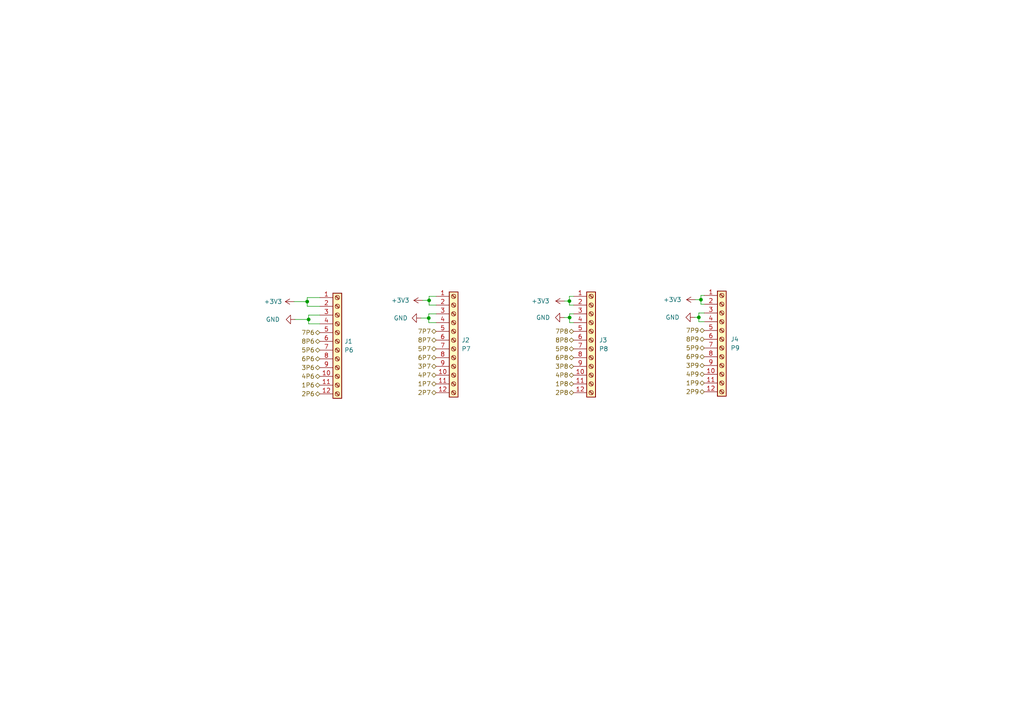
<source format=kicad_sch>
(kicad_sch (version 20211123) (generator eeschema)
  (paper "A4")
  (lib_symbols
    (symbol "Connector:Screw_Terminal_01x12" (pin_names (offset 1.016) hide)
      (property "Reference" "J" (at 0 15.24 0))
      (property "Value" "Screw_Terminal_01x12" (at 0 -17.78 0))
      (symbol "Screw_Terminal_01x12_1_1"
        (rectangle (start -1.27 13.97) (end 1.27 -16.51) (stroke (width 0.254)) (fill (type background)))
        (circle (center 0 -15.24) (radius 0.635) (stroke (width 0.1524)))
        (circle (center 0 -12.7) (radius 0.635) (stroke (width 0.1524)))
        (circle (center 0 -10.16) (radius 0.635) (stroke (width 0.1524)))
        (circle (center 0 -7.62) (radius 0.635) (stroke (width 0.1524)))
        (circle (center 0 -5.08) (radius 0.635) (stroke (width 0.1524)))
        (circle (center 0 -2.54) (radius 0.635) (stroke (width 0.1524)))
        (polyline (pts (xy -0.5334 -14.9098) (xy 0.3302 -15.748)) (stroke (width 0.1524)))
        (polyline (pts (xy -0.5334 -12.3698) (xy 0.3302 -13.208)) (stroke (width 0.1524)))
        (polyline (pts (xy -0.5334 -9.8298) (xy 0.3302 -10.668)) (stroke (width 0.1524)))
        (polyline (pts (xy -0.5334 -7.2898) (xy 0.3302 -8.128)) (stroke (width 0.1524)))
        (polyline (pts (xy -0.5334 -4.7498) (xy 0.3302 -5.588)) (stroke (width 0.1524)))
        (polyline (pts (xy -0.5334 -2.2098) (xy 0.3302 -3.048)) (stroke (width 0.1524)))
        (polyline (pts (xy -0.5334 0.3302) (xy 0.3302 -0.508)) (stroke (width 0.1524)))
        (polyline (pts (xy -0.5334 2.8702) (xy 0.3302 2.032)) (stroke (width 0.1524)))
        (polyline (pts (xy -0.5334 5.4102) (xy 0.3302 4.572)) (stroke (width 0.1524)))
        (polyline (pts (xy -0.5334 7.9502) (xy 0.3302 7.112)) (stroke (width 0.1524)))
        (polyline (pts (xy -0.5334 10.4902) (xy 0.3302 9.652)) (stroke (width 0.1524)))
        (polyline (pts (xy -0.5334 13.0302) (xy 0.3302 12.192)) (stroke (width 0.1524)))
        (polyline (pts (xy -0.3556 -14.732) (xy 0.508 -15.5702)) (stroke (width 0.1524)))
        (polyline (pts (xy -0.3556 -12.192) (xy 0.508 -13.0302)) (stroke (width 0.1524)))
        (polyline (pts (xy -0.3556 -9.652) (xy 0.508 -10.4902)) (stroke (width 0.1524)))
        (polyline (pts (xy -0.3556 -7.112) (xy 0.508 -7.9502)) (stroke (width 0.1524)))
        (polyline (pts (xy -0.3556 -4.572) (xy 0.508 -5.4102)) (stroke (width 0.1524)))
        (polyline (pts (xy -0.3556 -2.032) (xy 0.508 -2.8702)) (stroke (width 0.1524)))
        (polyline (pts (xy -0.3556 0.508) (xy 0.508 -0.3302)) (stroke (width 0.1524)))
        (polyline (pts (xy -0.3556 3.048) (xy 0.508 2.2098)) (stroke (width 0.1524)))
        (polyline (pts (xy -0.3556 5.588) (xy 0.508 4.7498)) (stroke (width 0.1524)))
        (polyline (pts (xy -0.3556 8.128) (xy 0.508 7.2898)) (stroke (width 0.1524)))
        (polyline (pts (xy -0.3556 10.668) (xy 0.508 9.8298)) (stroke (width 0.1524)))
        (polyline (pts (xy -0.3556 13.208) (xy 0.508 12.3698)) (stroke (width 0.1524)))
        (circle (center 0 0) (radius 0.635) (stroke (width 0.1524)))
        (circle (center 0 2.54) (radius 0.635) (stroke (width 0.1524)))
        (circle (center 0 5.08) (radius 0.635) (stroke (width 0.1524)))
        (circle (center 0 7.62) (radius 0.635) (stroke (width 0.1524)))
        (circle (center 0 10.16) (radius 0.635) (stroke (width 0.1524)))
        (circle (center 0 12.7) (radius 0.635) (stroke (width 0.1524)))
        (pin passive line (at -5.08 12.7 0) (length 3.81) (name "Pin_1") (number "1"))
        (pin passive line (at -5.08 -10.16 0) (length 3.81) (name "Pin_10") (number "10"))
        (pin passive line (at -5.08 -12.7 0) (length 3.81) (name "Pin_11") (number "11"))
        (pin passive line (at -5.08 -15.24 0) (length 3.81) (name "Pin_12") (number "12"))
        (pin passive line (at -5.08 10.16 0) (length 3.81) (name "Pin_2") (number "2"))
        (pin passive line (at -5.08 7.62 0) (length 3.81) (name "Pin_3") (number "3"))
        (pin passive line (at -5.08 5.08 0) (length 3.81) (name "Pin_4") (number "4"))
        (pin passive line (at -5.08 2.54 0) (length 3.81) (name "Pin_5") (number "5"))
        (pin passive line (at -5.08 0 0) (length 3.81) (name "Pin_6") (number "6"))
        (pin passive line (at -5.08 -2.54 0) (length 3.81) (name "Pin_7") (number "7"))
        (pin passive line (at -5.08 -5.08 0) (length 3.81) (name "Pin_8") (number "8"))
        (pin passive line (at -5.08 -7.62 0) (length 3.81) (name "Pin_9") (number "9"))
      )
    )
    (symbol "power:+3V3" (power) (pin_names (offset 0))
      (property "Value" "+3V3" (at 0 3.556 0))
      (symbol "+3V3_0_1"
        (polyline (pts (xy -0.762 1.27) (xy 0 2.54)))
        (polyline (pts (xy 0 0) (xy 0 2.54)))
        (polyline (pts (xy 0 2.54) (xy 0.762 1.27)))
      )
      (symbol "+3V3_1_1"
        (pin power_in line (at 0 0 90) (length 0) hide (name "+3V3") (number "1"))
      )
    )
    (symbol "power:GND" (power) (pin_names (offset 0))
      (property "Value" "GND" (at 0 -3.81 0))
      (symbol "GND_0_1"
        (polyline (pts (xy 0 0) (xy 0 -1.27) (xy 1.27 -1.27) (xy 0 -2.54) (xy -1.27 -1.27) (xy 0 -1.27)))
      )
      (symbol "GND_1_1"
        (pin power_in line (at 0 0 270) (length 0) hide (name "GND") (number "1"))
      )
    )
  )
  (junction (at 203.3016 86.9188))
  (junction (at 165.1508 87.3252))
  (junction (at 89.1032 87.4776))
  (junction (at 89.5096 92.6592))
  (junction (at 124.46 87.122))
  (junction (at 165.2016 92.1004))
  (junction (at 202.692 92.0496))
  (junction (at 124.3584 92.2528))
  (wire (pts (xy 124.3584 93.5736) (xy 124.3584 92.2528)))
  (wire (pts (xy 204.2668 85.6996) (xy 203.3016 85.6996)))
  (wire (pts (xy 89.5096 93.9292) (xy 89.5096 92.6592)))
  (wire (pts (xy 165.2016 93.5736) (xy 165.2016 92.1004)))
  (wire (pts (xy 166.37 85.9536) (xy 165.1508 85.9536)))
  (wire (pts (xy 202.692 93.3196) (xy 202.692 92.0496)))
  (wire (pts (xy 165.1508 87.3252) (xy 163.7284 87.3252)))
  (wire (pts (xy 203.3016 88.2396) (xy 203.3016 86.9188)))
  (wire (pts (xy 126.492 93.5736) (xy 124.3584 93.5736)))
  (wire (pts (xy 165.1508 88.4936) (xy 165.1508 87.3252)))
  (wire (pts (xy 166.37 93.5736) (xy 165.2016 93.5736)))
  (wire (pts (xy 126.492 88.4936) (xy 124.46 88.4936)))
  (wire (pts (xy 204.2668 93.3196) (xy 202.692 93.3196)))
  (wire (pts (xy 89.5096 91.3892) (xy 89.5096 92.6592)))
  (wire (pts (xy 165.1508 85.9536) (xy 165.1508 87.3252)))
  (wire (pts (xy 122.0724 92.2528) (xy 124.3584 92.2528)))
  (wire (pts (xy 166.37 91.0336) (xy 165.2016 91.0336)))
  (wire (pts (xy 163.6268 92.1004) (xy 165.2016 92.1004)))
  (wire (pts (xy 92.7608 91.3892) (xy 89.5096 91.3892)))
  (wire (pts (xy 89.1032 87.4776) (xy 85.2932 87.4776)))
  (wire (pts (xy 203.3016 86.9188) (xy 201.676 86.9188)))
  (wire (pts (xy 166.37 88.4936) (xy 165.1508 88.4936)))
  (wire (pts (xy 126.492 85.9536) (xy 124.46 85.9536)))
  (wire (pts (xy 124.3584 91.0336) (xy 124.3584 92.2528)))
  (wire (pts (xy 92.7608 86.3092) (xy 89.1032 86.3092)))
  (wire (pts (xy 165.2016 91.0336) (xy 165.2016 92.1004)))
  (wire (pts (xy 89.5096 92.6592) (xy 85.5472 92.6592)))
  (wire (pts (xy 124.46 85.9536) (xy 124.46 87.122)))
  (wire (pts (xy 126.492 91.0336) (xy 124.3584 91.0336)))
  (wire (pts (xy 204.2668 90.7796) (xy 202.692 90.7796)))
  (wire (pts (xy 124.46 87.122) (xy 122.5804 87.122)))
  (wire (pts (xy 89.1032 86.3092) (xy 89.1032 87.4776)))
  (wire (pts (xy 89.1032 88.8492) (xy 89.1032 87.4776)))
  (wire (pts (xy 202.692 90.7796) (xy 202.692 92.0496)))
  (wire (pts (xy 92.7608 93.9292) (xy 89.5096 93.9292)))
  (wire (pts (xy 124.46 88.4936) (xy 124.46 87.122)))
  (wire (pts (xy 92.7608 88.8492) (xy 89.1032 88.8492)))
  (wire (pts (xy 202.692 92.0496) (xy 201.4728 92.0496)))
  (wire (pts (xy 204.2668 88.2396) (xy 203.3016 88.2396)))
  (wire (pts (xy 203.3016 85.6996) (xy 203.3016 86.9188)))
  (hierarchical_label "1P6" (shape bidirectional) (at 92.7608 111.7092 180))
  (hierarchical_label "8P6" (shape bidirectional) (at 92.7608 99.0092 180))
  (hierarchical_label "1P9" (shape bidirectional) (at 204.2668 111.0996 180))
  (hierarchical_label "8P7" (shape bidirectional) (at 126.492 98.6536 180))
  (hierarchical_label "4P6" (shape bidirectional) (at 92.7608 109.1692 180))
  (hierarchical_label "8P9" (shape bidirectional) (at 204.2668 98.3996 180))
  (hierarchical_label "7P7" (shape bidirectional) (at 126.492 96.1136 180))
  (hierarchical_label "3P9" (shape bidirectional) (at 204.2668 106.0196 180))
  (hierarchical_label "5P9" (shape bidirectional) (at 204.2668 100.9396 180))
  (hierarchical_label "6P8" (shape bidirectional) (at 166.37 103.7336 180))
  (hierarchical_label "5P7" (shape bidirectional) (at 126.492 101.1936 180))
  (hierarchical_label "8P8" (shape bidirectional) (at 166.37 98.6536 180))
  (hierarchical_label "5P6" (shape bidirectional) (at 92.7608 101.5492 180))
  (hierarchical_label "1P7" (shape bidirectional) (at 126.492 111.3536 180))
  (hierarchical_label "3P6" (shape bidirectional) (at 92.7608 106.6292 180))
  (hierarchical_label "4P7" (shape bidirectional) (at 126.492 108.8136 180))
  (hierarchical_label "6P9" (shape bidirectional) (at 204.2668 103.4796 180))
  (hierarchical_label "3P8" (shape bidirectional) (at 166.37 106.2736 180))
  (hierarchical_label "2P8" (shape bidirectional) (at 166.37 113.8936 180))
  (hierarchical_label "4P9" (shape bidirectional) (at 204.2668 108.5596 180))
  (hierarchical_label "2P6" (shape bidirectional) (at 92.7608 114.2492 180))
  (hierarchical_label "2P7" (shape bidirectional) (at 126.492 113.8936 180))
  (hierarchical_label "3P7" (shape bidirectional) (at 126.492 106.2736 180))
  (hierarchical_label "5P8" (shape bidirectional) (at 166.37 101.1936 180))
  (hierarchical_label "1P8" (shape bidirectional) (at 166.37 111.3536 180))
  (hierarchical_label "2P9" (shape bidirectional) (at 204.2668 113.6396 180))
  (hierarchical_label "4P8" (shape bidirectional) (at 166.37 108.8136 180))
  (hierarchical_label "7P9" (shape bidirectional) (at 204.2668 95.8596 180))
  (hierarchical_label "7P8" (shape bidirectional) (at 166.37 96.1136 180))
  (hierarchical_label "6P6" (shape bidirectional) (at 92.7608 104.0892 180))
  (hierarchical_label "6P7" (shape bidirectional) (at 126.492 103.7336 180))
  (hierarchical_label "7P6" (shape bidirectional) (at 92.7608 96.4692 180))
  (symbol (lib_id "power:+3V3") (at 85.2932 87.4776 90) (unit 1)
    (property "Reference" "#PWR0108" (effects hide))
    (property "Value" "+3V3" (at 81.8388 87.4775 90) (effects (justify left)))
  )
  (symbol (lib_id "power:GND") (at 163.6268 92.1004 270) (unit 1)
    (property "Reference" "#PWR0106" (effects hide))
    (property "Value" "GND" (at 159.5628 92.1003 90) (effects (justify right)))
  )
  (symbol (lib_id "power:+3V3") (at 201.676 86.9188 90) (unit 1)
    (property "Reference" "#PWR0102" (effects hide))
    (property "Value" "+3V3" (at 197.6628 86.9187 90) (effects (justify left)))
  )
  (symbol (lib_id "power:+3V3") (at 163.7284 87.3252 90) (unit 1)
    (property "Reference" "#PWR0105" (effects hide))
    (property "Value" "+3V3" (at 159.4104 87.3251 90) (effects (justify left)))
  )
  (symbol (lib_id "Connector:Screw_Terminal_01x12") (at 171.45 98.6536 0) (unit 1)
    (property "Reference" "J3" (at 173.736 98.6535 0) (effects (justify left)))
    (property "Value" "P8" (at 173.736 101.1935 0) (effects (justify left)))
    (property "Footprint" "Connector_PinHeader_2.54mm:PinHeader_2x06_P2.54mm_Horizontal" (effects hide))
  )
  (symbol (lib_id "power:GND") (at 201.4728 92.0496 270) (unit 1)
    (property "Reference" "#PWR0101" (effects hide))
    (property "Value" "GND" (at 197.104 92.0495 90) (effects (justify right)))
  )
  (symbol (lib_id "Connector:Screw_Terminal_01x12") (at 209.3468 98.3996 0) (unit 1)
    (property "Reference" "J4" (at 211.8868 98.3995 0) (effects (justify left)))
    (property "Value" "P9" (at 211.8868 100.9395 0) (effects (justify left)))
    (property "Footprint" "Connector_PinHeader_2.54mm:PinHeader_2x06_P2.54mm_Horizontal" (effects hide))
  )
  (symbol (lib_id "power:+3V3") (at 122.5804 87.122 90) (unit 1)
    (property "Reference" "#PWR0103" (effects hide))
    (property "Value" "+3V3" (at 118.7704 87.1219 90) (effects (justify left)))
  )
  (symbol (lib_id "Connector:Screw_Terminal_01x12") (at 97.8408 99.0092 0) (unit 1)
    (property "Reference" "J1" (at 99.8728 99.0091 0) (effects (justify left)))
    (property "Value" "P6" (at 99.8728 101.5491 0) (effects (justify left)))
    (property "Footprint" "Connector_PinHeader_2.54mm:PinHeader_2x06_P2.54mm_Horizontal" (effects hide))
  )
  (symbol (lib_id "power:GND") (at 122.0724 92.2528 270) (unit 1)
    (property "Reference" "#PWR0104" (effects hide))
    (property "Value" "GND" (at 118.2624 92.2527 90) (effects (justify right)))
  )
  (symbol (lib_id "Connector:Screw_Terminal_01x12") (at 131.572 98.6536 0) (unit 1)
    (property "Reference" "J2" (at 133.858 98.6535 0) (effects (justify left)))
    (property "Value" "P7" (at 133.858 101.1935 0) (effects (justify left)))
    (property "Footprint" "Connector_PinHeader_2.54mm:PinHeader_2x06_P2.54mm_Horizontal" (effects hide))
  )
  (symbol (lib_id "power:GND") (at 85.5472 92.6592 270) (unit 1)
    (property "Reference" "#PWR0107" (effects hide))
    (property "Value" "GND" (at 81.1784 92.6591 90) (effects (justify right)))
  )
)
</source>
